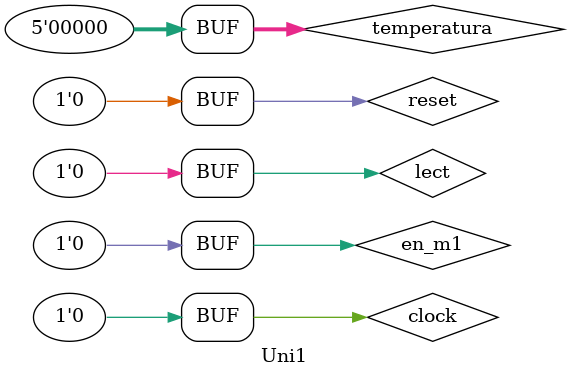
<source format=v>
`timescale 1ns / 1ps


module Uni1;

	// Inputs
	reg [4:0] temperatura;
	reg clock;
	reg reset;
	reg en_m1;
	reg lect;

	// Outputs
	wire est_alarma;
	wire est_ventilador;
	wire [3:0] anodos;
	wire [7:0] catodos;

	// Instantiate the Unit Under Test (UUT)
	union_1 uut (
		.temperatura(temperatura), 
		.clock(clock), 
		.reset(reset), 
		.en_m1(en_m1), 
		.lect(lect), 
		.est_alarma(est_alarma), 
		.est_ventilador(est_ventilador), 
		.anodos(anodos), 
		.catodos(catodos)
	);

	initial begin
		// Initialize Inputs
		temperatura = 0;
		clock = 0;
		reset = 0;
		en_m1 = 0;
		lect = 0;

		// Wait 100 ns for global reset to finish
		#100;
        
		// Add stimulus here

	end
      
endmodule


</source>
